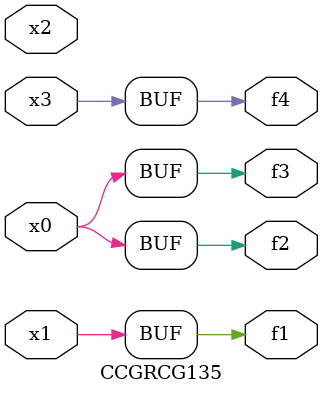
<source format=v>
module CCGRCG135(
	input x0, x1, x2, x3,
	output f1, f2, f3, f4
);
	assign f1 = x1;
	assign f2 = x0;
	assign f3 = x0;
	assign f4 = x3;
endmodule

</source>
